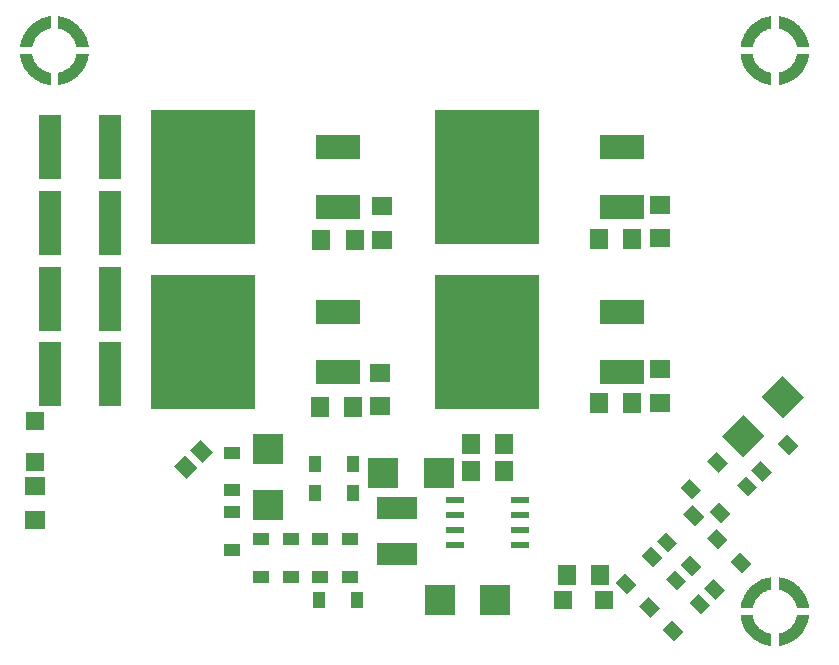
<source format=gbr>
G04 EAGLE Gerber RS-274X export*
G75*
%MOMM*%
%FSLAX34Y34*%
%LPD*%
%INSolderpaste Top*%
%IPPOS*%
%AMOC8*
5,1,8,0,0,1.08239X$1,22.5*%
G01*
%ADD10R,1.600000X1.800000*%
%ADD11R,3.400000X1.900000*%
%ADD12R,1.520000X0.600000*%
%ADD13R,2.540000X2.540000*%
%ADD14R,1.114600X1.361200*%
%ADD15R,3.810000X2.082800*%
%ADD16R,8.890000X11.430000*%
%ADD17R,1.803000X1.600000*%
%ADD18R,1.600000X1.803000*%
%ADD19R,1.850000X5.500000*%
%ADD20R,1.361200X1.114600*%
%ADD21R,2.540000X2.540000*%
%ADD22R,1.500000X1.500000*%
%ADD23R,1.300000X1.500000*%

G36*
X43504Y485954D02*
X43504Y485954D01*
X43506Y485951D01*
X44306Y486051D01*
X44308Y486053D01*
X44309Y486052D01*
X45159Y486202D01*
X45959Y486352D01*
X45960Y486353D01*
X45961Y486352D01*
X46811Y486552D01*
X46812Y486552D01*
X48012Y486852D01*
X48013Y486854D01*
X48015Y486853D01*
X48815Y487103D01*
X48815Y487104D01*
X48816Y487103D01*
X49566Y487353D01*
X49566Y487354D01*
X50566Y487704D01*
X50568Y487706D01*
X50569Y487705D01*
X52319Y488455D01*
X52320Y488456D01*
X52321Y488455D01*
X53171Y488855D01*
X53172Y488858D01*
X53174Y488857D01*
X53874Y489257D01*
X54723Y489706D01*
X54724Y489709D01*
X54726Y489708D01*
X55276Y490058D01*
X56076Y490558D01*
X56077Y490560D01*
X56078Y490560D01*
X56728Y491010D01*
X56729Y491010D01*
X57429Y491510D01*
X57429Y491511D01*
X57430Y491511D01*
X58030Y491961D01*
X58030Y491962D01*
X58031Y491962D01*
X58531Y492362D01*
X58531Y492363D01*
X58532Y492362D01*
X59182Y492912D01*
X59182Y492913D01*
X59183Y492913D01*
X60083Y493713D01*
X60083Y493715D01*
X60085Y493715D01*
X61185Y494815D01*
X61185Y494817D01*
X61186Y494817D01*
X61786Y495467D01*
X61786Y495468D01*
X61787Y495468D01*
X62137Y495868D01*
X62138Y495868D01*
X62688Y496518D01*
X62688Y496520D01*
X62689Y496520D01*
X63189Y497170D01*
X63539Y497620D01*
X63539Y497622D01*
X63540Y497622D01*
X63890Y498122D01*
X63891Y498122D01*
X64341Y498772D01*
X64340Y498774D01*
X64342Y498774D01*
X64591Y499173D01*
X65041Y499873D01*
X65041Y499875D01*
X65043Y499876D01*
X65843Y501276D01*
X65842Y501278D01*
X65844Y501278D01*
X66444Y502478D01*
X66444Y502479D01*
X66445Y502479D01*
X66795Y503229D01*
X66794Y503231D01*
X66796Y503231D01*
X67146Y504081D01*
X67145Y504082D01*
X67146Y504083D01*
X67446Y504883D01*
X67696Y505583D01*
X67696Y505584D01*
X67697Y505584D01*
X67997Y506484D01*
X67996Y506486D01*
X67997Y506486D01*
X68247Y507336D01*
X68247Y507338D01*
X68248Y507338D01*
X68498Y508338D01*
X68497Y508340D01*
X68498Y508340D01*
X68648Y509090D01*
X68648Y509091D01*
X68798Y509891D01*
X68798Y509892D01*
X68799Y509892D01*
X68949Y510792D01*
X68948Y510793D01*
X68949Y510793D01*
X69049Y511492D01*
X69098Y511740D01*
X69072Y511794D01*
X69059Y511787D01*
X69050Y511799D01*
X58700Y511799D01*
X58653Y511763D01*
X58658Y511756D01*
X58651Y511750D01*
X58651Y511605D01*
X58502Y510861D01*
X58302Y510062D01*
X58103Y509314D01*
X57854Y508567D01*
X57505Y507720D01*
X57155Y506921D01*
X56756Y506123D01*
X56358Y505425D01*
X55958Y504776D01*
X55609Y504228D01*
X55211Y503680D01*
X54861Y503231D01*
X54413Y502683D01*
X53664Y501884D01*
X53664Y501882D01*
X53663Y501882D01*
X53315Y501485D01*
X52867Y501087D01*
X52867Y501086D01*
X52318Y500588D01*
X51569Y499988D01*
X51121Y499640D01*
X50473Y499191D01*
X49326Y498493D01*
X48577Y498094D01*
X47630Y497645D01*
X47132Y497446D01*
X46233Y497096D01*
X45486Y496847D01*
X44338Y496548D01*
X43691Y496398D01*
X43347Y496349D01*
X43250Y496349D01*
X43203Y496313D01*
X43206Y496309D01*
X43203Y496307D01*
X43205Y496303D01*
X43201Y496300D01*
X43201Y486000D01*
X43237Y485953D01*
X43244Y485958D01*
X43250Y485951D01*
X43500Y485951D01*
X43504Y485954D01*
G37*
G36*
X36794Y485928D02*
X36794Y485928D01*
X36787Y485941D01*
X36799Y485950D01*
X36799Y496300D01*
X36763Y496347D01*
X36756Y496342D01*
X36750Y496349D01*
X36605Y496349D01*
X35861Y496498D01*
X35063Y496698D01*
X34314Y496897D01*
X33567Y497146D01*
X32720Y497495D01*
X31921Y497845D01*
X31123Y498244D01*
X30425Y498642D01*
X29776Y499042D01*
X29228Y499391D01*
X28680Y499789D01*
X28231Y500139D01*
X27683Y500587D01*
X26884Y501336D01*
X26882Y501336D01*
X26882Y501337D01*
X26485Y501685D01*
X26087Y502133D01*
X26086Y502133D01*
X25588Y502682D01*
X24988Y503431D01*
X24640Y503879D01*
X24191Y504527D01*
X23493Y505674D01*
X23094Y506423D01*
X22645Y507370D01*
X22446Y507868D01*
X22096Y508767D01*
X21847Y509514D01*
X21548Y510661D01*
X21398Y511309D01*
X21349Y511653D01*
X21349Y511750D01*
X21313Y511797D01*
X21306Y511792D01*
X21300Y511799D01*
X11000Y511799D01*
X10953Y511763D01*
X10958Y511756D01*
X10951Y511750D01*
X10951Y511500D01*
X10954Y511496D01*
X10951Y511494D01*
X11051Y510694D01*
X11053Y510693D01*
X11052Y510691D01*
X11202Y509841D01*
X11352Y509041D01*
X11353Y509040D01*
X11352Y509039D01*
X11552Y508189D01*
X11552Y508188D01*
X11852Y506988D01*
X11854Y506987D01*
X11853Y506985D01*
X12103Y506185D01*
X12104Y506185D01*
X12103Y506184D01*
X12353Y505434D01*
X12354Y505434D01*
X12704Y504434D01*
X12706Y504432D01*
X12705Y504431D01*
X13455Y502681D01*
X13456Y502680D01*
X13455Y502679D01*
X13855Y501829D01*
X13858Y501828D01*
X13857Y501826D01*
X14257Y501126D01*
X14706Y500277D01*
X14709Y500276D01*
X14708Y500274D01*
X15058Y499724D01*
X15558Y498924D01*
X15560Y498923D01*
X15560Y498922D01*
X16010Y498272D01*
X16010Y498271D01*
X16510Y497571D01*
X16511Y497571D01*
X16511Y497570D01*
X16961Y496970D01*
X16962Y496970D01*
X16962Y496969D01*
X17362Y496469D01*
X17363Y496469D01*
X17362Y496468D01*
X17912Y495818D01*
X17913Y495818D01*
X17913Y495817D01*
X18713Y494917D01*
X18715Y494917D01*
X18715Y494915D01*
X19815Y493815D01*
X19817Y493815D01*
X19817Y493814D01*
X20467Y493214D01*
X20468Y493214D01*
X20468Y493213D01*
X20868Y492863D01*
X20868Y492862D01*
X21518Y492312D01*
X21520Y492312D01*
X21520Y492311D01*
X22170Y491811D01*
X22620Y491461D01*
X22622Y491461D01*
X22622Y491460D01*
X23122Y491110D01*
X23772Y490660D01*
X23774Y490660D01*
X23774Y490658D01*
X24173Y490409D01*
X24873Y489959D01*
X24875Y489959D01*
X24876Y489957D01*
X26276Y489157D01*
X26278Y489158D01*
X26278Y489156D01*
X27478Y488556D01*
X27479Y488556D01*
X27479Y488555D01*
X28229Y488205D01*
X28231Y488206D01*
X28231Y488204D01*
X29081Y487854D01*
X29082Y487855D01*
X29083Y487854D01*
X29883Y487554D01*
X30583Y487304D01*
X30584Y487304D01*
X30584Y487303D01*
X31484Y487003D01*
X31486Y487004D01*
X31486Y487003D01*
X32336Y486753D01*
X32338Y486753D01*
X32338Y486752D01*
X33338Y486502D01*
X33340Y486503D01*
X33340Y486502D01*
X34090Y486352D01*
X34091Y486352D01*
X34891Y486202D01*
X34892Y486202D01*
X34892Y486201D01*
X35792Y486051D01*
X35793Y486052D01*
X35793Y486051D01*
X36492Y485951D01*
X36740Y485902D01*
X36794Y485928D01*
G37*
G36*
X646794Y485928D02*
X646794Y485928D01*
X646787Y485941D01*
X646799Y485950D01*
X646799Y496300D01*
X646763Y496347D01*
X646756Y496342D01*
X646750Y496349D01*
X646605Y496349D01*
X645861Y496498D01*
X645063Y496698D01*
X644314Y496897D01*
X643567Y497146D01*
X642720Y497495D01*
X641921Y497845D01*
X641123Y498244D01*
X640425Y498642D01*
X639776Y499042D01*
X639228Y499391D01*
X638680Y499789D01*
X638231Y500139D01*
X637683Y500587D01*
X636884Y501336D01*
X636882Y501336D01*
X636882Y501337D01*
X636485Y501685D01*
X636087Y502133D01*
X636086Y502133D01*
X635588Y502682D01*
X634988Y503431D01*
X634640Y503879D01*
X634191Y504527D01*
X633493Y505674D01*
X633094Y506423D01*
X632645Y507370D01*
X632446Y507868D01*
X632096Y508767D01*
X631847Y509514D01*
X631548Y510661D01*
X631398Y511309D01*
X631349Y511653D01*
X631349Y511750D01*
X631313Y511797D01*
X631306Y511792D01*
X631300Y511799D01*
X621000Y511799D01*
X620953Y511763D01*
X620958Y511756D01*
X620951Y511750D01*
X620951Y511500D01*
X620954Y511496D01*
X620951Y511494D01*
X621051Y510694D01*
X621053Y510693D01*
X621052Y510691D01*
X621202Y509841D01*
X621352Y509041D01*
X621353Y509040D01*
X621352Y509039D01*
X621552Y508189D01*
X621552Y508188D01*
X621852Y506988D01*
X621854Y506987D01*
X621853Y506985D01*
X622103Y506185D01*
X622104Y506185D01*
X622103Y506184D01*
X622353Y505434D01*
X622354Y505434D01*
X622704Y504434D01*
X622706Y504432D01*
X622705Y504431D01*
X623455Y502681D01*
X623456Y502680D01*
X623455Y502679D01*
X623855Y501829D01*
X623858Y501828D01*
X623857Y501826D01*
X624257Y501126D01*
X624706Y500277D01*
X624709Y500276D01*
X624708Y500274D01*
X625058Y499724D01*
X625558Y498924D01*
X625560Y498923D01*
X625560Y498922D01*
X626010Y498272D01*
X626010Y498271D01*
X626510Y497571D01*
X626511Y497571D01*
X626511Y497570D01*
X626961Y496970D01*
X626962Y496970D01*
X626962Y496969D01*
X627362Y496469D01*
X627363Y496469D01*
X627362Y496468D01*
X627912Y495818D01*
X627913Y495818D01*
X627913Y495817D01*
X628713Y494917D01*
X628715Y494917D01*
X628715Y494915D01*
X629815Y493815D01*
X629817Y493815D01*
X629817Y493814D01*
X630467Y493214D01*
X630468Y493214D01*
X630468Y493213D01*
X630868Y492863D01*
X630868Y492862D01*
X631518Y492312D01*
X631520Y492312D01*
X631520Y492311D01*
X632170Y491811D01*
X632620Y491461D01*
X632622Y491461D01*
X632622Y491460D01*
X633122Y491110D01*
X633772Y490660D01*
X633774Y490660D01*
X633774Y490658D01*
X634173Y490409D01*
X634873Y489959D01*
X634875Y489959D01*
X634876Y489957D01*
X636276Y489157D01*
X636278Y489158D01*
X636278Y489156D01*
X637478Y488556D01*
X637479Y488556D01*
X637479Y488555D01*
X638229Y488205D01*
X638231Y488206D01*
X638231Y488204D01*
X639081Y487854D01*
X639082Y487855D01*
X639083Y487854D01*
X639883Y487554D01*
X640583Y487304D01*
X640584Y487304D01*
X640584Y487303D01*
X641484Y487003D01*
X641486Y487004D01*
X641486Y487003D01*
X642336Y486753D01*
X642338Y486753D01*
X642338Y486752D01*
X643338Y486502D01*
X643340Y486503D01*
X643340Y486502D01*
X644090Y486352D01*
X644091Y486352D01*
X644891Y486202D01*
X644892Y486202D01*
X644892Y486201D01*
X645792Y486051D01*
X645793Y486052D01*
X645793Y486051D01*
X646492Y485951D01*
X646740Y485902D01*
X646794Y485928D01*
G37*
G36*
X653504Y485954D02*
X653504Y485954D01*
X653506Y485951D01*
X654306Y486051D01*
X654308Y486053D01*
X654309Y486052D01*
X655159Y486202D01*
X655959Y486352D01*
X655960Y486353D01*
X655961Y486352D01*
X656811Y486552D01*
X656812Y486552D01*
X658012Y486852D01*
X658013Y486854D01*
X658015Y486853D01*
X658815Y487103D01*
X658815Y487104D01*
X658816Y487103D01*
X659566Y487353D01*
X659566Y487354D01*
X660566Y487704D01*
X660568Y487706D01*
X660569Y487705D01*
X662319Y488455D01*
X662320Y488456D01*
X662321Y488455D01*
X663171Y488855D01*
X663172Y488858D01*
X663174Y488857D01*
X663874Y489257D01*
X664723Y489706D01*
X664724Y489709D01*
X664726Y489708D01*
X665276Y490058D01*
X666076Y490558D01*
X666077Y490560D01*
X666078Y490560D01*
X666728Y491010D01*
X666729Y491010D01*
X667429Y491510D01*
X667429Y491511D01*
X667430Y491511D01*
X668030Y491961D01*
X668030Y491962D01*
X668031Y491962D01*
X668531Y492362D01*
X668531Y492363D01*
X668532Y492362D01*
X669182Y492912D01*
X669182Y492913D01*
X669183Y492913D01*
X670083Y493713D01*
X670083Y493715D01*
X670085Y493715D01*
X671185Y494815D01*
X671185Y494817D01*
X671186Y494817D01*
X671786Y495467D01*
X671786Y495468D01*
X671787Y495468D01*
X672137Y495868D01*
X672138Y495868D01*
X672688Y496518D01*
X672688Y496520D01*
X672689Y496520D01*
X673189Y497170D01*
X673539Y497620D01*
X673539Y497622D01*
X673540Y497622D01*
X673890Y498122D01*
X673891Y498122D01*
X674341Y498772D01*
X674340Y498774D01*
X674342Y498774D01*
X674591Y499173D01*
X675041Y499873D01*
X675041Y499875D01*
X675043Y499876D01*
X675843Y501276D01*
X675842Y501278D01*
X675844Y501278D01*
X676444Y502478D01*
X676444Y502479D01*
X676445Y502479D01*
X676795Y503229D01*
X676794Y503231D01*
X676796Y503231D01*
X677146Y504081D01*
X677145Y504082D01*
X677146Y504083D01*
X677446Y504883D01*
X677696Y505583D01*
X677696Y505584D01*
X677697Y505584D01*
X677997Y506484D01*
X677996Y506486D01*
X677997Y506486D01*
X678247Y507336D01*
X678247Y507338D01*
X678248Y507338D01*
X678498Y508338D01*
X678497Y508340D01*
X678498Y508340D01*
X678648Y509090D01*
X678648Y509091D01*
X678798Y509891D01*
X678798Y509892D01*
X678799Y509892D01*
X678949Y510792D01*
X678948Y510793D01*
X678949Y510793D01*
X679049Y511492D01*
X679098Y511740D01*
X679072Y511794D01*
X679059Y511787D01*
X679050Y511799D01*
X668700Y511799D01*
X668653Y511763D01*
X668658Y511756D01*
X668651Y511750D01*
X668651Y511605D01*
X668502Y510861D01*
X668302Y510062D01*
X668103Y509314D01*
X667854Y508567D01*
X667505Y507720D01*
X667155Y506921D01*
X666756Y506123D01*
X666358Y505425D01*
X665958Y504776D01*
X665609Y504228D01*
X665211Y503680D01*
X664861Y503231D01*
X664413Y502683D01*
X663664Y501884D01*
X663664Y501882D01*
X663663Y501882D01*
X663315Y501485D01*
X662867Y501087D01*
X662867Y501086D01*
X662318Y500588D01*
X661569Y499988D01*
X661121Y499640D01*
X660473Y499191D01*
X659326Y498493D01*
X658577Y498094D01*
X657630Y497645D01*
X657132Y497446D01*
X656233Y497096D01*
X655486Y496847D01*
X654338Y496548D01*
X653691Y496398D01*
X653347Y496349D01*
X653250Y496349D01*
X653203Y496313D01*
X653206Y496309D01*
X653203Y496307D01*
X653205Y496303D01*
X653201Y496300D01*
X653201Y486000D01*
X653237Y485953D01*
X653244Y485958D01*
X653250Y485951D01*
X653500Y485951D01*
X653504Y485954D01*
G37*
G36*
X631347Y43237D02*
X631347Y43237D01*
X631342Y43244D01*
X631349Y43250D01*
X631349Y43395D01*
X631498Y44139D01*
X631698Y44937D01*
X631897Y45686D01*
X632146Y46433D01*
X632495Y47280D01*
X632845Y48079D01*
X633244Y48877D01*
X633642Y49575D01*
X634042Y50224D01*
X634391Y50772D01*
X634789Y51320D01*
X635139Y51769D01*
X635587Y52318D01*
X636336Y53116D01*
X636336Y53118D01*
X636337Y53118D01*
X636685Y53515D01*
X637133Y53913D01*
X637133Y53914D01*
X637682Y54412D01*
X638431Y55012D01*
X638879Y55360D01*
X639527Y55809D01*
X640674Y56507D01*
X641423Y56906D01*
X642370Y57355D01*
X642868Y57554D01*
X643767Y57904D01*
X644514Y58153D01*
X645662Y58452D01*
X646309Y58602D01*
X646653Y58651D01*
X646750Y58651D01*
X646797Y58687D01*
X646792Y58694D01*
X646799Y58700D01*
X646799Y69000D01*
X646763Y69047D01*
X646756Y69042D01*
X646750Y69049D01*
X646500Y69049D01*
X646496Y69046D01*
X646494Y69049D01*
X645694Y68949D01*
X645693Y68948D01*
X645691Y68949D01*
X644841Y68799D01*
X644841Y68798D01*
X644041Y68648D01*
X644040Y68647D01*
X644039Y68648D01*
X643189Y68448D01*
X643188Y68448D01*
X641988Y68148D01*
X641987Y68146D01*
X641985Y68147D01*
X641185Y67897D01*
X641185Y67896D01*
X641184Y67897D01*
X640434Y67647D01*
X640434Y67646D01*
X640434Y67647D01*
X639434Y67297D01*
X639432Y67294D01*
X639431Y67295D01*
X637681Y66545D01*
X637680Y66544D01*
X637679Y66545D01*
X636829Y66145D01*
X636828Y66142D01*
X636826Y66143D01*
X636126Y65743D01*
X635277Y65294D01*
X635276Y65291D01*
X635274Y65292D01*
X634724Y64942D01*
X633924Y64442D01*
X633923Y64440D01*
X633922Y64441D01*
X633272Y63991D01*
X633272Y63990D01*
X633271Y63990D01*
X632571Y63490D01*
X632571Y63489D01*
X632570Y63489D01*
X631970Y63039D01*
X631970Y63038D01*
X631969Y63038D01*
X631469Y62638D01*
X631469Y62637D01*
X631468Y62638D01*
X630818Y62088D01*
X630818Y62087D01*
X630817Y62087D01*
X629917Y61287D01*
X629917Y61285D01*
X629915Y61285D01*
X628815Y60185D01*
X628815Y60183D01*
X628814Y60183D01*
X628214Y59533D01*
X628214Y59532D01*
X628213Y59532D01*
X627863Y59132D01*
X627862Y59132D01*
X627312Y58482D01*
X627312Y58480D01*
X627311Y58480D01*
X626811Y57830D01*
X626461Y57380D01*
X626461Y57378D01*
X626460Y57378D01*
X626110Y56878D01*
X625660Y56228D01*
X625660Y56226D01*
X625658Y56226D01*
X625409Y55827D01*
X624959Y55127D01*
X624959Y55125D01*
X624957Y55124D01*
X624157Y53724D01*
X624158Y53722D01*
X624156Y53722D01*
X623556Y52522D01*
X623556Y52521D01*
X623555Y52521D01*
X623205Y51771D01*
X623206Y51769D01*
X623204Y51769D01*
X622854Y50919D01*
X622855Y50918D01*
X622854Y50917D01*
X622554Y50117D01*
X622304Y49417D01*
X622304Y49416D01*
X622303Y49416D01*
X622003Y48516D01*
X622004Y48514D01*
X622003Y48514D01*
X621753Y47664D01*
X621753Y47662D01*
X621752Y47662D01*
X621502Y46662D01*
X621503Y46661D01*
X621503Y46660D01*
X621502Y46660D01*
X621352Y45910D01*
X621352Y45909D01*
X621202Y45109D01*
X621202Y45108D01*
X621201Y45108D01*
X621051Y44208D01*
X621052Y44207D01*
X621051Y44207D01*
X620951Y43508D01*
X620902Y43260D01*
X620928Y43206D01*
X620941Y43213D01*
X620950Y43201D01*
X631300Y43201D01*
X631347Y43237D01*
G37*
G36*
X631347Y518237D02*
X631347Y518237D01*
X631342Y518244D01*
X631349Y518250D01*
X631349Y518395D01*
X631498Y519139D01*
X631698Y519937D01*
X631897Y520686D01*
X632146Y521433D01*
X632495Y522280D01*
X632845Y523079D01*
X633244Y523877D01*
X633642Y524575D01*
X634042Y525224D01*
X634391Y525772D01*
X634789Y526320D01*
X635139Y526769D01*
X635587Y527318D01*
X636336Y528116D01*
X636336Y528118D01*
X636337Y528118D01*
X636685Y528515D01*
X637133Y528913D01*
X637133Y528914D01*
X637682Y529412D01*
X638431Y530012D01*
X638879Y530360D01*
X639527Y530809D01*
X640674Y531507D01*
X641423Y531906D01*
X642370Y532355D01*
X642868Y532554D01*
X643767Y532904D01*
X644514Y533153D01*
X645662Y533452D01*
X646309Y533602D01*
X646653Y533651D01*
X646750Y533651D01*
X646797Y533687D01*
X646792Y533694D01*
X646799Y533700D01*
X646799Y544000D01*
X646763Y544047D01*
X646756Y544042D01*
X646750Y544049D01*
X646500Y544049D01*
X646496Y544046D01*
X646494Y544049D01*
X645694Y543949D01*
X645693Y543948D01*
X645691Y543949D01*
X644841Y543799D01*
X644841Y543798D01*
X644041Y543648D01*
X644040Y543647D01*
X644039Y543648D01*
X643189Y543448D01*
X643188Y543448D01*
X641988Y543148D01*
X641987Y543146D01*
X641985Y543147D01*
X641185Y542897D01*
X641185Y542896D01*
X641184Y542897D01*
X640434Y542647D01*
X640434Y542646D01*
X640434Y542647D01*
X639434Y542297D01*
X639432Y542294D01*
X639431Y542295D01*
X637681Y541545D01*
X637680Y541544D01*
X637679Y541545D01*
X636829Y541145D01*
X636828Y541142D01*
X636826Y541143D01*
X636126Y540743D01*
X635277Y540294D01*
X635276Y540291D01*
X635274Y540292D01*
X634724Y539942D01*
X633924Y539442D01*
X633923Y539440D01*
X633922Y539441D01*
X633272Y538991D01*
X633272Y538990D01*
X633271Y538990D01*
X632571Y538490D01*
X632571Y538489D01*
X632570Y538489D01*
X631970Y538039D01*
X631970Y538038D01*
X631969Y538038D01*
X631469Y537638D01*
X631469Y537637D01*
X631468Y537638D01*
X630818Y537088D01*
X630818Y537087D01*
X630817Y537087D01*
X629917Y536287D01*
X629917Y536285D01*
X629915Y536285D01*
X628815Y535185D01*
X628815Y535183D01*
X628814Y535183D01*
X628214Y534533D01*
X628214Y534532D01*
X628213Y534532D01*
X627863Y534132D01*
X627862Y534132D01*
X627312Y533482D01*
X627312Y533480D01*
X627311Y533480D01*
X626811Y532830D01*
X626461Y532380D01*
X626461Y532378D01*
X626460Y532378D01*
X626110Y531878D01*
X625660Y531228D01*
X625660Y531226D01*
X625658Y531226D01*
X625409Y530827D01*
X624959Y530127D01*
X624959Y530125D01*
X624957Y530124D01*
X624157Y528724D01*
X624158Y528722D01*
X624156Y528722D01*
X623556Y527522D01*
X623556Y527521D01*
X623555Y527521D01*
X623205Y526771D01*
X623206Y526769D01*
X623204Y526769D01*
X622854Y525919D01*
X622855Y525918D01*
X622854Y525917D01*
X622554Y525117D01*
X622304Y524417D01*
X622304Y524416D01*
X622303Y524416D01*
X622003Y523516D01*
X622004Y523514D01*
X622003Y523514D01*
X621753Y522664D01*
X621753Y522662D01*
X621752Y522662D01*
X621502Y521662D01*
X621503Y521661D01*
X621503Y521660D01*
X621502Y521660D01*
X621352Y520910D01*
X621352Y520909D01*
X621202Y520109D01*
X621202Y520108D01*
X621201Y520108D01*
X621051Y519208D01*
X621052Y519207D01*
X621051Y519207D01*
X620951Y518508D01*
X620902Y518260D01*
X620928Y518206D01*
X620941Y518213D01*
X620950Y518201D01*
X631300Y518201D01*
X631347Y518237D01*
G37*
G36*
X21347Y518237D02*
X21347Y518237D01*
X21342Y518244D01*
X21349Y518250D01*
X21349Y518395D01*
X21498Y519139D01*
X21698Y519937D01*
X21897Y520686D01*
X22146Y521433D01*
X22495Y522280D01*
X22845Y523079D01*
X23244Y523877D01*
X23642Y524575D01*
X24042Y525224D01*
X24391Y525772D01*
X24789Y526320D01*
X25139Y526769D01*
X25587Y527318D01*
X26336Y528116D01*
X26336Y528118D01*
X26337Y528118D01*
X26685Y528515D01*
X27133Y528913D01*
X27133Y528914D01*
X27682Y529412D01*
X28431Y530012D01*
X28879Y530360D01*
X29527Y530809D01*
X30674Y531507D01*
X31423Y531906D01*
X32370Y532355D01*
X32868Y532554D01*
X33767Y532904D01*
X34514Y533153D01*
X35662Y533452D01*
X36309Y533602D01*
X36653Y533651D01*
X36750Y533651D01*
X36797Y533687D01*
X36792Y533694D01*
X36799Y533700D01*
X36799Y544000D01*
X36763Y544047D01*
X36756Y544042D01*
X36750Y544049D01*
X36500Y544049D01*
X36496Y544046D01*
X36494Y544049D01*
X35694Y543949D01*
X35693Y543948D01*
X35691Y543949D01*
X34841Y543799D01*
X34841Y543798D01*
X34041Y543648D01*
X34040Y543647D01*
X34039Y543648D01*
X33189Y543448D01*
X33188Y543448D01*
X31988Y543148D01*
X31987Y543146D01*
X31985Y543147D01*
X31185Y542897D01*
X31185Y542896D01*
X31184Y542897D01*
X30434Y542647D01*
X30434Y542646D01*
X30434Y542647D01*
X29434Y542297D01*
X29432Y542294D01*
X29431Y542295D01*
X27681Y541545D01*
X27680Y541544D01*
X27679Y541545D01*
X26829Y541145D01*
X26828Y541142D01*
X26826Y541143D01*
X26126Y540743D01*
X25277Y540294D01*
X25276Y540291D01*
X25274Y540292D01*
X24724Y539942D01*
X23924Y539442D01*
X23923Y539440D01*
X23922Y539441D01*
X23272Y538991D01*
X23272Y538990D01*
X23271Y538990D01*
X22571Y538490D01*
X22571Y538489D01*
X22570Y538489D01*
X21970Y538039D01*
X21970Y538038D01*
X21969Y538038D01*
X21469Y537638D01*
X21469Y537637D01*
X21468Y537638D01*
X20818Y537088D01*
X20818Y537087D01*
X20817Y537087D01*
X19917Y536287D01*
X19917Y536285D01*
X19915Y536285D01*
X18815Y535185D01*
X18815Y535183D01*
X18814Y535183D01*
X18214Y534533D01*
X18214Y534532D01*
X18213Y534532D01*
X17863Y534132D01*
X17862Y534132D01*
X17312Y533482D01*
X17312Y533480D01*
X17311Y533480D01*
X16811Y532830D01*
X16461Y532380D01*
X16461Y532378D01*
X16460Y532378D01*
X16110Y531878D01*
X15660Y531228D01*
X15660Y531226D01*
X15658Y531226D01*
X15409Y530827D01*
X14959Y530127D01*
X14959Y530125D01*
X14957Y530124D01*
X14157Y528724D01*
X14158Y528722D01*
X14156Y528722D01*
X13556Y527522D01*
X13556Y527521D01*
X13555Y527521D01*
X13205Y526771D01*
X13206Y526769D01*
X13204Y526769D01*
X12854Y525919D01*
X12855Y525918D01*
X12854Y525917D01*
X12554Y525117D01*
X12304Y524417D01*
X12304Y524416D01*
X12303Y524416D01*
X12003Y523516D01*
X12004Y523514D01*
X12003Y523514D01*
X11753Y522664D01*
X11753Y522662D01*
X11752Y522662D01*
X11502Y521662D01*
X11503Y521661D01*
X11503Y521660D01*
X11502Y521660D01*
X11352Y520910D01*
X11352Y520909D01*
X11202Y520109D01*
X11202Y520108D01*
X11201Y520108D01*
X11051Y519208D01*
X11052Y519207D01*
X11051Y519207D01*
X10951Y518508D01*
X10902Y518260D01*
X10928Y518206D01*
X10941Y518213D01*
X10950Y518201D01*
X21300Y518201D01*
X21347Y518237D01*
G37*
G36*
X679047Y518237D02*
X679047Y518237D01*
X679042Y518244D01*
X679049Y518250D01*
X679049Y518500D01*
X679046Y518504D01*
X679049Y518506D01*
X678949Y519306D01*
X678948Y519308D01*
X678949Y519309D01*
X678799Y520159D01*
X678798Y520159D01*
X678648Y520959D01*
X678647Y520960D01*
X678648Y520961D01*
X678448Y521811D01*
X678448Y521812D01*
X678148Y523012D01*
X678146Y523013D01*
X678147Y523015D01*
X677897Y523815D01*
X677896Y523815D01*
X677897Y523816D01*
X677647Y524566D01*
X677646Y524566D01*
X677647Y524566D01*
X677297Y525566D01*
X677294Y525568D01*
X677295Y525569D01*
X676545Y527319D01*
X676544Y527320D01*
X676545Y527321D01*
X676145Y528171D01*
X676142Y528172D01*
X676143Y528174D01*
X675743Y528874D01*
X675294Y529723D01*
X675291Y529724D01*
X675292Y529726D01*
X674942Y530276D01*
X674442Y531076D01*
X674440Y531077D01*
X674441Y531078D01*
X673991Y531728D01*
X673990Y531728D01*
X673990Y531729D01*
X673490Y532429D01*
X673489Y532429D01*
X673489Y532430D01*
X673039Y533030D01*
X673038Y533030D01*
X673038Y533031D01*
X672638Y533531D01*
X672637Y533531D01*
X672638Y533532D01*
X672088Y534182D01*
X672087Y534182D01*
X672087Y534183D01*
X671287Y535083D01*
X671285Y535083D01*
X671285Y535085D01*
X670185Y536185D01*
X670183Y536185D01*
X670183Y536186D01*
X669533Y536786D01*
X669532Y536786D01*
X669532Y536787D01*
X669132Y537137D01*
X669132Y537138D01*
X668482Y537688D01*
X668480Y537688D01*
X668480Y537689D01*
X667830Y538189D01*
X667380Y538539D01*
X667378Y538539D01*
X667378Y538540D01*
X666878Y538890D01*
X666878Y538891D01*
X666228Y539341D01*
X666226Y539340D01*
X666226Y539342D01*
X665827Y539591D01*
X665127Y540041D01*
X665125Y540041D01*
X665124Y540043D01*
X663724Y540843D01*
X663722Y540842D01*
X663722Y540844D01*
X662522Y541444D01*
X662521Y541444D01*
X662521Y541445D01*
X661771Y541795D01*
X661769Y541794D01*
X661769Y541796D01*
X660919Y542146D01*
X660918Y542145D01*
X660917Y542146D01*
X660117Y542446D01*
X659417Y542696D01*
X659416Y542696D01*
X659416Y542697D01*
X658516Y542997D01*
X658514Y542996D01*
X658514Y542997D01*
X657664Y543247D01*
X657662Y543247D01*
X657662Y543248D01*
X656662Y543498D01*
X656660Y543497D01*
X656660Y543498D01*
X655910Y543648D01*
X655909Y543648D01*
X655109Y543798D01*
X655108Y543798D01*
X655108Y543799D01*
X654208Y543949D01*
X654207Y543948D01*
X654207Y543949D01*
X653508Y544049D01*
X653260Y544098D01*
X653206Y544072D01*
X653213Y544059D01*
X653201Y544050D01*
X653201Y533700D01*
X653237Y533653D01*
X653244Y533658D01*
X653250Y533651D01*
X653395Y533651D01*
X654139Y533502D01*
X654937Y533302D01*
X655686Y533103D01*
X656433Y532854D01*
X657280Y532505D01*
X658079Y532155D01*
X658877Y531756D01*
X659575Y531358D01*
X660224Y530958D01*
X660772Y530609D01*
X661320Y530211D01*
X661769Y529861D01*
X662318Y529413D01*
X663116Y528664D01*
X663118Y528664D01*
X663118Y528663D01*
X663515Y528315D01*
X663913Y527867D01*
X663914Y527867D01*
X664412Y527318D01*
X665012Y526569D01*
X665360Y526121D01*
X665809Y525473D01*
X666507Y524326D01*
X666906Y523577D01*
X667355Y522630D01*
X667554Y522132D01*
X667904Y521233D01*
X668153Y520486D01*
X668452Y519338D01*
X668602Y518691D01*
X668651Y518347D01*
X668651Y518250D01*
X668687Y518203D01*
X668694Y518208D01*
X668700Y518201D01*
X679000Y518201D01*
X679047Y518237D01*
G37*
G36*
X653504Y10954D02*
X653504Y10954D01*
X653506Y10951D01*
X654306Y11051D01*
X654308Y11053D01*
X654309Y11052D01*
X655159Y11202D01*
X655959Y11352D01*
X655960Y11353D01*
X655961Y11352D01*
X656811Y11552D01*
X656812Y11552D01*
X658012Y11852D01*
X658013Y11854D01*
X658015Y11853D01*
X658815Y12103D01*
X658815Y12104D01*
X658816Y12103D01*
X659566Y12353D01*
X659566Y12354D01*
X660566Y12704D01*
X660568Y12706D01*
X660569Y12705D01*
X662319Y13455D01*
X662320Y13456D01*
X662321Y13455D01*
X663171Y13855D01*
X663172Y13858D01*
X663174Y13857D01*
X663874Y14257D01*
X664723Y14706D01*
X664724Y14709D01*
X664726Y14708D01*
X665276Y15058D01*
X666076Y15558D01*
X666077Y15560D01*
X666078Y15560D01*
X666728Y16010D01*
X666729Y16010D01*
X667429Y16510D01*
X667429Y16511D01*
X667430Y16511D01*
X668030Y16961D01*
X668030Y16962D01*
X668031Y16962D01*
X668531Y17362D01*
X668531Y17363D01*
X668532Y17362D01*
X669182Y17912D01*
X669182Y17913D01*
X669183Y17913D01*
X670083Y18713D01*
X670083Y18715D01*
X670085Y18715D01*
X671185Y19815D01*
X671185Y19817D01*
X671186Y19817D01*
X671786Y20467D01*
X671786Y20468D01*
X671787Y20468D01*
X672137Y20868D01*
X672138Y20868D01*
X672688Y21518D01*
X672688Y21520D01*
X672689Y21520D01*
X673189Y22170D01*
X673539Y22620D01*
X673539Y22622D01*
X673540Y22622D01*
X673890Y23122D01*
X673891Y23122D01*
X674341Y23772D01*
X674340Y23774D01*
X674342Y23774D01*
X674591Y24173D01*
X675041Y24873D01*
X675041Y24875D01*
X675043Y24876D01*
X675843Y26276D01*
X675842Y26278D01*
X675844Y26278D01*
X676444Y27478D01*
X676444Y27479D01*
X676445Y27479D01*
X676795Y28229D01*
X676794Y28231D01*
X676796Y28231D01*
X677146Y29081D01*
X677145Y29082D01*
X677146Y29083D01*
X677446Y29883D01*
X677696Y30583D01*
X677696Y30584D01*
X677697Y30584D01*
X677997Y31484D01*
X677996Y31486D01*
X677997Y31486D01*
X678247Y32336D01*
X678247Y32338D01*
X678248Y32338D01*
X678498Y33338D01*
X678497Y33340D01*
X678498Y33340D01*
X678648Y34090D01*
X678648Y34091D01*
X678798Y34891D01*
X678798Y34892D01*
X678799Y34892D01*
X678949Y35792D01*
X678948Y35793D01*
X678949Y35793D01*
X679049Y36492D01*
X679098Y36740D01*
X679072Y36794D01*
X679059Y36787D01*
X679050Y36799D01*
X668700Y36799D01*
X668653Y36763D01*
X668658Y36756D01*
X668651Y36750D01*
X668651Y36605D01*
X668502Y35861D01*
X668302Y35062D01*
X668103Y34314D01*
X667854Y33567D01*
X667505Y32720D01*
X667155Y31921D01*
X666756Y31123D01*
X666358Y30425D01*
X665958Y29776D01*
X665609Y29228D01*
X665211Y28680D01*
X664861Y28231D01*
X664413Y27683D01*
X663664Y26884D01*
X663664Y26882D01*
X663663Y26882D01*
X663315Y26485D01*
X662867Y26087D01*
X662867Y26086D01*
X662318Y25588D01*
X661569Y24988D01*
X661121Y24640D01*
X660473Y24191D01*
X659326Y23493D01*
X658577Y23094D01*
X657630Y22645D01*
X657132Y22446D01*
X656233Y22096D01*
X655486Y21847D01*
X654338Y21548D01*
X653691Y21398D01*
X653347Y21349D01*
X653250Y21349D01*
X653203Y21313D01*
X653206Y21309D01*
X653203Y21307D01*
X653205Y21303D01*
X653201Y21300D01*
X653201Y11000D01*
X653237Y10953D01*
X653244Y10958D01*
X653250Y10951D01*
X653500Y10951D01*
X653504Y10954D01*
G37*
G36*
X679047Y43237D02*
X679047Y43237D01*
X679042Y43244D01*
X679049Y43250D01*
X679049Y43500D01*
X679046Y43504D01*
X679049Y43506D01*
X678949Y44306D01*
X678948Y44308D01*
X678949Y44309D01*
X678799Y45159D01*
X678798Y45159D01*
X678648Y45959D01*
X678647Y45960D01*
X678648Y45961D01*
X678448Y46811D01*
X678448Y46812D01*
X678148Y48012D01*
X678146Y48013D01*
X678147Y48015D01*
X677897Y48815D01*
X677896Y48815D01*
X677897Y48816D01*
X677647Y49566D01*
X677646Y49566D01*
X677647Y49566D01*
X677297Y50566D01*
X677294Y50568D01*
X677295Y50569D01*
X676545Y52319D01*
X676544Y52320D01*
X676545Y52321D01*
X676145Y53171D01*
X676142Y53172D01*
X676143Y53174D01*
X675743Y53874D01*
X675294Y54723D01*
X675291Y54724D01*
X675292Y54726D01*
X674942Y55276D01*
X674442Y56076D01*
X674440Y56077D01*
X674441Y56078D01*
X673991Y56728D01*
X673990Y56728D01*
X673990Y56729D01*
X673490Y57429D01*
X673489Y57429D01*
X673489Y57430D01*
X673039Y58030D01*
X673038Y58030D01*
X673038Y58031D01*
X672638Y58531D01*
X672637Y58531D01*
X672638Y58532D01*
X672088Y59182D01*
X672087Y59182D01*
X672087Y59183D01*
X671287Y60083D01*
X671285Y60083D01*
X671285Y60085D01*
X670185Y61185D01*
X670183Y61185D01*
X670183Y61186D01*
X669533Y61786D01*
X669532Y61786D01*
X669532Y61787D01*
X669132Y62137D01*
X669132Y62138D01*
X668482Y62688D01*
X668480Y62688D01*
X668480Y62689D01*
X667830Y63189D01*
X667380Y63539D01*
X667378Y63539D01*
X667378Y63540D01*
X666878Y63890D01*
X666878Y63891D01*
X666228Y64341D01*
X666226Y64340D01*
X666226Y64342D01*
X665827Y64591D01*
X665127Y65041D01*
X665125Y65041D01*
X665124Y65043D01*
X663724Y65843D01*
X663722Y65842D01*
X663722Y65844D01*
X662522Y66444D01*
X662521Y66444D01*
X662521Y66445D01*
X661771Y66795D01*
X661769Y66794D01*
X661769Y66796D01*
X660919Y67146D01*
X660918Y67145D01*
X660917Y67146D01*
X660117Y67446D01*
X659417Y67696D01*
X659416Y67696D01*
X659416Y67697D01*
X658516Y67997D01*
X658514Y67996D01*
X658514Y67997D01*
X657664Y68247D01*
X657662Y68247D01*
X657662Y68248D01*
X656662Y68498D01*
X656660Y68497D01*
X656660Y68498D01*
X655910Y68648D01*
X655909Y68648D01*
X655109Y68798D01*
X655108Y68798D01*
X655108Y68799D01*
X654208Y68949D01*
X654207Y68948D01*
X654207Y68949D01*
X653508Y69049D01*
X653260Y69098D01*
X653206Y69072D01*
X653213Y69059D01*
X653201Y69050D01*
X653201Y58700D01*
X653237Y58653D01*
X653244Y58658D01*
X653250Y58651D01*
X653395Y58651D01*
X654139Y58502D01*
X654937Y58302D01*
X655686Y58103D01*
X656433Y57854D01*
X657280Y57505D01*
X658079Y57155D01*
X658877Y56756D01*
X659575Y56358D01*
X660224Y55958D01*
X660772Y55609D01*
X661320Y55211D01*
X661769Y54861D01*
X662318Y54413D01*
X663116Y53664D01*
X663118Y53664D01*
X663118Y53663D01*
X663515Y53315D01*
X663913Y52867D01*
X663914Y52867D01*
X664412Y52318D01*
X665012Y51569D01*
X665360Y51121D01*
X665809Y50473D01*
X666507Y49326D01*
X666906Y48577D01*
X667355Y47630D01*
X667554Y47132D01*
X667904Y46233D01*
X668153Y45486D01*
X668452Y44338D01*
X668602Y43691D01*
X668651Y43347D01*
X668651Y43250D01*
X668687Y43203D01*
X668694Y43208D01*
X668700Y43201D01*
X679000Y43201D01*
X679047Y43237D01*
G37*
G36*
X69047Y518237D02*
X69047Y518237D01*
X69042Y518244D01*
X69049Y518250D01*
X69049Y518500D01*
X69046Y518504D01*
X69049Y518506D01*
X68949Y519306D01*
X68948Y519308D01*
X68949Y519309D01*
X68799Y520159D01*
X68798Y520159D01*
X68648Y520959D01*
X68647Y520960D01*
X68648Y520961D01*
X68448Y521811D01*
X68448Y521812D01*
X68148Y523012D01*
X68146Y523013D01*
X68147Y523015D01*
X67897Y523815D01*
X67896Y523815D01*
X67897Y523816D01*
X67647Y524566D01*
X67646Y524566D01*
X67647Y524566D01*
X67297Y525566D01*
X67294Y525568D01*
X67295Y525569D01*
X66545Y527319D01*
X66544Y527320D01*
X66545Y527321D01*
X66145Y528171D01*
X66142Y528172D01*
X66143Y528174D01*
X65743Y528874D01*
X65294Y529723D01*
X65291Y529724D01*
X65292Y529726D01*
X64942Y530276D01*
X64442Y531076D01*
X64440Y531077D01*
X64441Y531078D01*
X63991Y531728D01*
X63990Y531728D01*
X63990Y531729D01*
X63490Y532429D01*
X63489Y532429D01*
X63489Y532430D01*
X63039Y533030D01*
X63038Y533030D01*
X63038Y533031D01*
X62638Y533531D01*
X62637Y533531D01*
X62638Y533532D01*
X62088Y534182D01*
X62087Y534182D01*
X62087Y534183D01*
X61287Y535083D01*
X61285Y535083D01*
X61285Y535085D01*
X60185Y536185D01*
X60183Y536185D01*
X60183Y536186D01*
X59533Y536786D01*
X59532Y536786D01*
X59532Y536787D01*
X59132Y537137D01*
X59132Y537138D01*
X58482Y537688D01*
X58480Y537688D01*
X58480Y537689D01*
X57830Y538189D01*
X57380Y538539D01*
X57378Y538539D01*
X57378Y538540D01*
X56878Y538890D01*
X56878Y538891D01*
X56228Y539341D01*
X56226Y539340D01*
X56226Y539342D01*
X55827Y539591D01*
X55127Y540041D01*
X55125Y540041D01*
X55124Y540043D01*
X53724Y540843D01*
X53722Y540842D01*
X53722Y540844D01*
X52522Y541444D01*
X52521Y541444D01*
X52521Y541445D01*
X51771Y541795D01*
X51769Y541794D01*
X51769Y541796D01*
X50919Y542146D01*
X50918Y542145D01*
X50917Y542146D01*
X50117Y542446D01*
X49417Y542696D01*
X49416Y542696D01*
X49416Y542697D01*
X48516Y542997D01*
X48514Y542996D01*
X48514Y542997D01*
X47664Y543247D01*
X47662Y543247D01*
X47662Y543248D01*
X46662Y543498D01*
X46660Y543497D01*
X46660Y543498D01*
X45910Y543648D01*
X45909Y543648D01*
X45109Y543798D01*
X45108Y543798D01*
X45108Y543799D01*
X44208Y543949D01*
X44207Y543948D01*
X44207Y543949D01*
X43508Y544049D01*
X43260Y544098D01*
X43206Y544072D01*
X43213Y544059D01*
X43201Y544050D01*
X43201Y533700D01*
X43237Y533653D01*
X43244Y533658D01*
X43250Y533651D01*
X43395Y533651D01*
X44139Y533502D01*
X44937Y533302D01*
X45686Y533103D01*
X46433Y532854D01*
X47280Y532505D01*
X48079Y532155D01*
X48877Y531756D01*
X49575Y531358D01*
X50224Y530958D01*
X50772Y530609D01*
X51320Y530211D01*
X51769Y529861D01*
X52318Y529413D01*
X53116Y528664D01*
X53118Y528664D01*
X53118Y528663D01*
X53515Y528315D01*
X53913Y527867D01*
X53914Y527867D01*
X54412Y527318D01*
X55012Y526569D01*
X55360Y526121D01*
X55809Y525473D01*
X56507Y524326D01*
X56906Y523577D01*
X57355Y522630D01*
X57554Y522132D01*
X57904Y521233D01*
X58153Y520486D01*
X58452Y519338D01*
X58602Y518691D01*
X58651Y518347D01*
X58651Y518250D01*
X58687Y518203D01*
X58694Y518208D01*
X58700Y518201D01*
X69000Y518201D01*
X69047Y518237D01*
G37*
G36*
X646794Y10928D02*
X646794Y10928D01*
X646787Y10941D01*
X646799Y10950D01*
X646799Y21300D01*
X646763Y21347D01*
X646756Y21342D01*
X646750Y21349D01*
X646605Y21349D01*
X645861Y21498D01*
X645063Y21698D01*
X644314Y21897D01*
X643567Y22146D01*
X642720Y22495D01*
X641921Y22845D01*
X641123Y23244D01*
X640425Y23642D01*
X639776Y24042D01*
X639228Y24391D01*
X638680Y24789D01*
X638231Y25139D01*
X637683Y25587D01*
X636884Y26336D01*
X636882Y26336D01*
X636882Y26337D01*
X636485Y26685D01*
X636087Y27133D01*
X636086Y27133D01*
X635588Y27682D01*
X634988Y28431D01*
X634640Y28879D01*
X634191Y29527D01*
X633493Y30674D01*
X633094Y31423D01*
X632645Y32370D01*
X632446Y32868D01*
X632096Y33767D01*
X631847Y34514D01*
X631548Y35661D01*
X631398Y36309D01*
X631349Y36653D01*
X631349Y36750D01*
X631313Y36797D01*
X631306Y36792D01*
X631300Y36799D01*
X621000Y36799D01*
X620953Y36763D01*
X620958Y36756D01*
X620951Y36750D01*
X620951Y36500D01*
X620954Y36496D01*
X620951Y36494D01*
X621051Y35694D01*
X621053Y35693D01*
X621052Y35691D01*
X621202Y34841D01*
X621352Y34041D01*
X621353Y34040D01*
X621352Y34039D01*
X621552Y33189D01*
X621552Y33188D01*
X621852Y31988D01*
X621854Y31987D01*
X621853Y31985D01*
X622103Y31185D01*
X622104Y31185D01*
X622103Y31184D01*
X622353Y30434D01*
X622354Y30434D01*
X622704Y29434D01*
X622706Y29432D01*
X622705Y29431D01*
X623455Y27681D01*
X623456Y27680D01*
X623455Y27679D01*
X623855Y26829D01*
X623858Y26828D01*
X623857Y26826D01*
X624257Y26126D01*
X624706Y25277D01*
X624709Y25276D01*
X624708Y25274D01*
X625058Y24724D01*
X625558Y23924D01*
X625560Y23923D01*
X625560Y23922D01*
X626010Y23272D01*
X626010Y23271D01*
X626510Y22571D01*
X626511Y22571D01*
X626511Y22570D01*
X626961Y21970D01*
X626962Y21970D01*
X626962Y21969D01*
X627362Y21469D01*
X627363Y21469D01*
X627362Y21468D01*
X627912Y20818D01*
X627913Y20818D01*
X627913Y20817D01*
X628713Y19917D01*
X628715Y19917D01*
X628715Y19915D01*
X629815Y18815D01*
X629817Y18815D01*
X629817Y18814D01*
X630467Y18214D01*
X630468Y18214D01*
X630468Y18213D01*
X630868Y17863D01*
X630868Y17862D01*
X631518Y17312D01*
X631520Y17312D01*
X631520Y17311D01*
X632170Y16811D01*
X632620Y16461D01*
X632622Y16461D01*
X632622Y16460D01*
X633122Y16110D01*
X633772Y15660D01*
X633774Y15660D01*
X633774Y15658D01*
X634173Y15409D01*
X634873Y14959D01*
X634875Y14959D01*
X634876Y14957D01*
X636276Y14157D01*
X636278Y14158D01*
X636278Y14156D01*
X637478Y13556D01*
X637479Y13556D01*
X637479Y13555D01*
X638229Y13205D01*
X638231Y13206D01*
X638231Y13204D01*
X639081Y12854D01*
X639082Y12855D01*
X639083Y12854D01*
X639883Y12554D01*
X640583Y12304D01*
X640584Y12304D01*
X640584Y12303D01*
X641484Y12003D01*
X641486Y12004D01*
X641486Y12003D01*
X642336Y11753D01*
X642338Y11753D01*
X642338Y11752D01*
X643338Y11502D01*
X643340Y11503D01*
X643340Y11502D01*
X644090Y11352D01*
X644091Y11352D01*
X644891Y11202D01*
X644892Y11202D01*
X644892Y11201D01*
X645792Y11051D01*
X645793Y11052D01*
X645793Y11051D01*
X646492Y10951D01*
X646740Y10902D01*
X646794Y10928D01*
G37*
D10*
X393000Y182000D03*
X421000Y182000D03*
X393000Y159000D03*
X421000Y159000D03*
D11*
X330000Y88500D03*
X330000Y127500D03*
D12*
X379400Y108650D03*
X379400Y121350D03*
X379400Y134050D03*
X379400Y95950D03*
X434600Y108650D03*
X434600Y121350D03*
X434600Y134050D03*
X434600Y95950D03*
D13*
X318505Y157000D03*
X365495Y157000D03*
D14*
G36*
X537564Y87188D02*
X545446Y95070D01*
X555070Y85446D01*
X547188Y77564D01*
X537564Y87188D01*
G37*
G36*
X514930Y64554D02*
X522812Y72436D01*
X532436Y62812D01*
X524554Y54930D01*
X514930Y64554D01*
G37*
G36*
X557564Y67188D02*
X565446Y75070D01*
X575070Y65446D01*
X567188Y57564D01*
X557564Y67188D01*
G37*
G36*
X534930Y44554D02*
X542812Y52436D01*
X552436Y42812D01*
X544554Y34930D01*
X534930Y44554D01*
G37*
D15*
X520400Y242900D03*
X520400Y293700D03*
D16*
X406100Y268300D03*
D17*
X553000Y216840D03*
X553000Y245280D03*
D18*
X500780Y216380D03*
X529220Y216380D03*
D15*
X520400Y382900D03*
X520400Y433700D03*
D16*
X406100Y408300D03*
D17*
X553000Y355840D03*
X553000Y384280D03*
D18*
X500780Y355380D03*
X529220Y355380D03*
D14*
X260996Y165000D03*
X293004Y165000D03*
X260996Y140000D03*
X293004Y140000D03*
D15*
X280400Y242900D03*
X280400Y293700D03*
D16*
X166100Y268300D03*
D17*
X315680Y213840D03*
X315680Y242280D03*
D18*
X264780Y213380D03*
X293220Y213380D03*
D15*
X280400Y382900D03*
X280400Y433700D03*
D16*
X166100Y408300D03*
D17*
X317680Y354840D03*
X317680Y383280D03*
D18*
X265920Y354380D03*
X294360Y354380D03*
D19*
X87000Y369000D03*
X36000Y369000D03*
X87000Y433000D03*
X36000Y433000D03*
X87000Y305000D03*
X36000Y305000D03*
X87000Y241000D03*
X36000Y241000D03*
D20*
X215000Y101004D03*
X215000Y68996D03*
X190000Y124504D03*
X190000Y92496D03*
X190000Y174504D03*
X190000Y142496D03*
D13*
X221000Y130505D03*
X221000Y177495D03*
D14*
G36*
X617564Y147188D02*
X625446Y155070D01*
X635070Y145446D01*
X627188Y137564D01*
X617564Y147188D01*
G37*
G36*
X594930Y124554D02*
X602812Y132436D01*
X612436Y122812D01*
X604554Y114930D01*
X594930Y124554D01*
G37*
G36*
X592564Y167188D02*
X600446Y175070D01*
X610070Y165446D01*
X602188Y157564D01*
X592564Y167188D01*
G37*
G36*
X569930Y144554D02*
X577812Y152436D01*
X587436Y142812D01*
X579554Y134930D01*
X569930Y144554D01*
G37*
G36*
X652564Y182188D02*
X660446Y190070D01*
X670070Y180446D01*
X662188Y172564D01*
X652564Y182188D01*
G37*
G36*
X629930Y159554D02*
X637812Y167436D01*
X647436Y157812D01*
X639554Y149930D01*
X629930Y159554D01*
G37*
D21*
G36*
X638653Y221613D02*
X656613Y239573D01*
X674573Y221613D01*
X656613Y203653D01*
X638653Y221613D01*
G37*
G36*
X641347Y188387D02*
X623387Y170427D01*
X605427Y188387D01*
X623387Y206347D01*
X641347Y188387D01*
G37*
D13*
X413495Y50000D03*
X366505Y50000D03*
D17*
X24000Y117780D03*
X24000Y146220D03*
D18*
X473780Y71000D03*
X502220Y71000D03*
D22*
X24000Y201500D03*
X24000Y166500D03*
X505500Y50000D03*
X470500Y50000D03*
D23*
G36*
X161181Y161575D02*
X151989Y152383D01*
X141383Y162989D01*
X150575Y172181D01*
X161181Y161575D01*
G37*
G36*
X174617Y175011D02*
X165425Y165819D01*
X154819Y176425D01*
X164011Y185617D01*
X174617Y175011D01*
G37*
D14*
X263996Y50000D03*
X296004Y50000D03*
D20*
X290000Y101004D03*
X290000Y68996D03*
X265000Y101004D03*
X265000Y68996D03*
X240000Y101004D03*
X240000Y68996D03*
D14*
G36*
X577564Y47188D02*
X585446Y55070D01*
X595070Y45446D01*
X587188Y37564D01*
X577564Y47188D01*
G37*
G36*
X554930Y24554D02*
X562812Y32436D01*
X572436Y22812D01*
X564554Y14930D01*
X554930Y24554D01*
G37*
G36*
X612564Y82188D02*
X620446Y90070D01*
X630070Y80446D01*
X622188Y72564D01*
X612564Y82188D01*
G37*
G36*
X589930Y59554D02*
X597812Y67436D01*
X607436Y57812D01*
X599554Y49930D01*
X589930Y59554D01*
G37*
G36*
X592564Y102188D02*
X600446Y110070D01*
X610070Y100446D01*
X602188Y92564D01*
X592564Y102188D01*
G37*
G36*
X569930Y79554D02*
X577812Y87436D01*
X587436Y77812D01*
X579554Y69930D01*
X569930Y79554D01*
G37*
G36*
X572564Y122188D02*
X580446Y130070D01*
X590070Y120446D01*
X582188Y112564D01*
X572564Y122188D01*
G37*
G36*
X549930Y99554D02*
X557812Y107436D01*
X567436Y97812D01*
X559554Y89930D01*
X549930Y99554D01*
G37*
M02*

</source>
